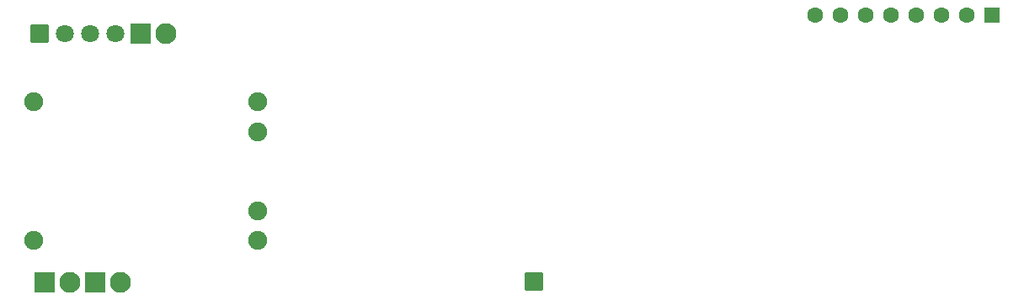
<source format=gbs>
G04 Layer: BottomSolderMaskLayer*
G04 EasyEDA Pro v2.0.25.bcaee6, 2025-12-15 15:41:01*
G04 Gerber Generator version 0.3*
G04 Scale: 100 percent, Rotated: No, Reflected: No*
G04 Dimensions in millimeters*
G04 Leading zeros omitted, absolute positions, 3 integers and 3 decimals*
%FSLAX33Y33*%
%MOMM*%
%AMRoundRect*1,1,$1,$2,$3*1,1,$1,$4,$5*1,1,$1,0-$2,0-$3*1,1,$1,0-$4,0-$5*20,1,$1,$2,$3,$4,$5,0*20,1,$1,$4,$5,0-$2,0-$3,0*20,1,$1,0-$2,0-$3,0-$4,0-$5,0*20,1,$1,0-$4,0-$5,$2,$3,0*4,1,4,$2,$3,$4,$5,0-$2,0-$3,0-$4,0-$5,$2,$3,0*%
%ADD10RoundRect,0.102X-1.0X1.0X1.0X1.0*%
%ADD11C,2.102*%
%ADD12RoundRect,0.102X-0.85X0.85X0.85X0.85*%
%ADD13C,1.802*%
%ADD14RoundRect,0.102X0.75X-0.75X-0.75X-0.75*%
%ADD15C,1.602*%
%ADD16C,1.902*%
G75*


G04 Pad Start*
G54D10*
G01X12319Y-68453D03*
G54D11*
G01X14859Y-68453D03*
G54D12*
G01X2159Y-68453D03*
G54D13*
G01X4699Y-68453D03*
G01X7239Y-68453D03*
G01X9779Y-68453D03*
G54D12*
G01X51829Y-93442D03*
G54D14*
G01X97917Y-66548D03*
G54D15*
G01X95377Y-66548D03*
G01X92837Y-66548D03*
G01X90297Y-66548D03*
G01X87757Y-66548D03*
G01X85217Y-66548D03*
G01X82677Y-66548D03*
G01X80137Y-66548D03*
G54D16*
G01X24077Y-75296D03*
G01X24077Y-78296D03*
G01X24077Y-86296D03*
G01X24077Y-89296D03*
G01X1577Y-75296D03*
G01X1577Y-89296D03*
G54D10*
G01X7747Y-93472D03*
G54D11*
G01X10287Y-93472D03*
G54D10*
G01X2639Y-93496D03*
G54D11*
G01X5179Y-93496D03*
G04 Pad End*

M02*

</source>
